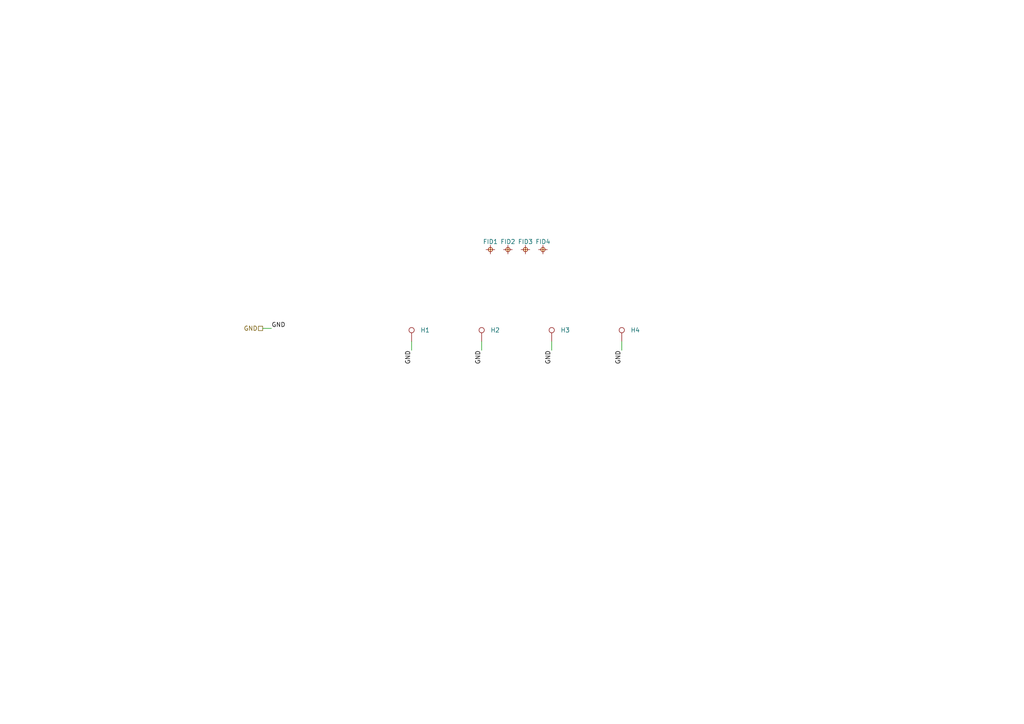
<source format=kicad_sch>
(kicad_sch (version 20230121) (generator eeschema)
  (paper "A4")
  (title_block (title "tmc5160_featherwing") (date "2024-04-11") (rev "1.0") (company "Howard Hughes Medical Institute"))
  (lib_symbols
    (symbol "Janelia:FIDUCIAL_0.5mm_MASK1mm" (pin_numbers hide) (pin_names (offset 0.762) hide) (in_bom no)
      (property "Reference" "FID" (at 0 2.286 0))
      (symbol "FIDUCIAL_0.5mm_MASK1mm_0_1"
        (polyline (pts (xy -1.27 0) (xy 1.27 0) (xy 1.27 0)))
        (polyline (pts (xy 0 1.27) (xy 0 -1.27) (xy 0 -1.27)))
        (circle (center 0 0) (radius 0.635) (fill (type background)))
      )
    )
    (symbol "Janelia:MOUNTING_HOLE_2.5" (pin_numbers hide) (pin_names (offset 0) hide) (in_bom no)
      (property "Reference" "H" (at 0 5.08 0))
      (symbol "MOUNTING_HOLE_2.5_0_1"
        (circle (center 0 3.302) (radius 0.762))
      )
      (symbol "MOUNTING_HOLE_2.5_1_1"
        (pin passive line (at 0 0 90) (length 2.54) (name "1") (number "1"))
      )
    )
  )
  (wire (pts (xy 160.02 99.06) (xy 160.02 101.6)))
  (wire (pts (xy 119.38 99.06) (xy 119.38 101.6)))
  (wire (pts (xy 76.2 95.25) (xy 78.74 95.25)))
  (wire (pts (xy 139.7 99.06) (xy 139.7 101.6)))
  (wire (pts (xy 180.34 99.06) (xy 180.34 101.6)))
  (label "GND" (at 119.38 101.6 270))
  (label "GND" (at 78.74 95.25 0))
  (label "GND" (at 160.02 101.6 270))
  (label "GND" (at 180.34 101.6 270))
  (label "GND" (at 139.7 101.6 270))
  (hierarchical_label "GND" (shape passive) (at 76.2 95.25 180))
  (symbol (lib_id "Janelia:MOUNTING_HOLE_2.5") (at 119.38 99.06 0) (unit 1) (in_bom no)
    (property "Reference" "H1" (at 121.92 95.758 0) (effects (justify left)))
    (property "Value" "MOUNTING_HOLE_2.5" (effects hide))
    (property "Footprint" "Janelia:MOUNTING_HOLE_2.5" (effects hide))
    (property "Sim.Enable" "0" (effects hide))
  )
  (symbol (lib_id "Janelia:FIDUCIAL_0.5mm_MASK1mm") (at 147.32 72.39 0) (unit 1) (in_bom no)
    (property "Reference" "FID2" (at 147.32 70.104 0))
    (property "Value" "FIDUCIAL_0.5mm_MASK1mm" (effects hide))
    (property "Footprint" "Janelia:FIDUCIAL_0.5mm_Mask1mm" (effects hide))
    (property "Sim.Enable" "0" (effects hide))
  )
  (symbol (lib_id "Janelia:MOUNTING_HOLE_2.5") (at 160.02 99.06 0) (unit 1) (in_bom no)
    (property "Reference" "H3" (at 162.56 95.758 0) (effects (justify left)))
    (property "Value" "MOUNTING_HOLE_2.5" (effects hide))
    (property "Footprint" "Janelia:MOUNTING_HOLE_2.5" (effects hide))
    (property "Sim.Enable" "0" (effects hide))
  )
  (symbol (lib_id "Janelia:FIDUCIAL_0.5mm_MASK1mm") (at 157.48 72.39 0) (unit 1) (in_bom no)
    (property "Reference" "FID4" (at 157.48 70.104 0))
    (property "Value" "FIDUCIAL_0.5mm_MASK1mm" (effects hide))
    (property "Footprint" "Janelia:FIDUCIAL_0.5mm_Mask1mm" (effects hide))
    (property "Sim.Enable" "0" (effects hide))
  )
  (symbol (lib_id "Janelia:FIDUCIAL_0.5mm_MASK1mm") (at 142.24 72.39 0) (unit 1) (in_bom no)
    (property "Reference" "FID1" (at 142.24 70.104 0))
    (property "Value" "FIDUCIAL_0.5mm_MASK1mm" (effects hide))
    (property "Footprint" "Janelia:FIDUCIAL_0.5mm_Mask1mm" (effects hide))
    (property "Sim.Enable" "0" (effects hide))
  )
  (symbol (lib_id "Janelia:MOUNTING_HOLE_2.5") (at 180.34 99.06 0) (unit 1) (in_bom no)
    (property "Reference" "H4" (at 182.88 95.758 0) (effects (justify left)))
    (property "Value" "MOUNTING_HOLE_2.5" (effects hide))
    (property "Footprint" "Janelia:MOUNTING_HOLE_2.5" (effects hide))
    (property "Sim.Enable" "0" (effects hide))
  )
  (symbol (lib_id "Janelia:MOUNTING_HOLE_2.5") (at 139.7 99.06 0) (unit 1) (in_bom no)
    (property "Reference" "H2" (at 142.24 95.758 0) (effects (justify left)))
    (property "Value" "MOUNTING_HOLE_2.5" (effects hide))
    (property "Footprint" "Janelia:MOUNTING_HOLE_2.5" (effects hide))
    (property "Sim.Enable" "0" (effects hide))
  )
  (symbol (lib_id "Janelia:FIDUCIAL_0.5mm_MASK1mm") (at 152.4 72.39 0) (unit 1) (in_bom no)
    (property "Reference" "FID3" (at 152.4 70.104 0))
    (property "Value" "FIDUCIAL_0.5mm_MASK1mm" (effects hide))
    (property "Footprint" "Janelia:FIDUCIAL_0.5mm_Mask1mm" (effects hide))
    (property "Sim.Enable" "0" (effects hide))
  )
)
</source>
